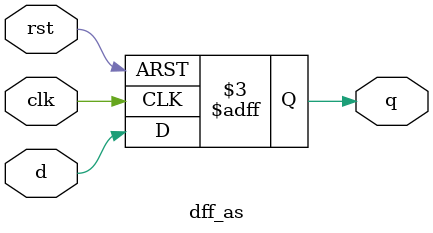
<source format=v>
module dff_as (
  input clk, rst,
  input d,
  output reg q
  );
  
  always@(posedge clk or negedge rst) begin
    if(!rst) q <= 0;
    else       q <= d;
  end
  
endmodule

</source>
